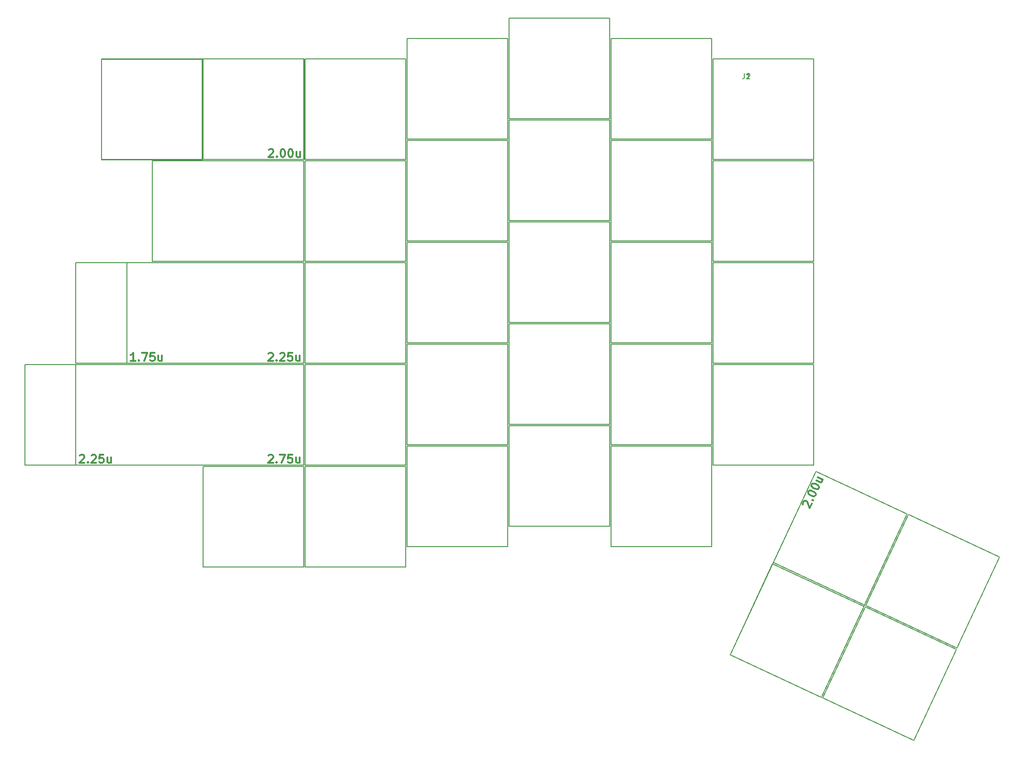
<source format=gbr>
G04 #@! TF.GenerationSoftware,KiCad,Pcbnew,(5.1.5)-3*
G04 #@! TF.CreationDate,2020-06-21T18:11:26+05:30*
G04 #@! TF.ProjectId,ergocape,6572676f-6361-4706-952e-6b696361645f,rev?*
G04 #@! TF.SameCoordinates,Original*
G04 #@! TF.FileFunction,OtherDrawing,Comment*
%FSLAX46Y46*%
G04 Gerber Fmt 4.6, Leading zero omitted, Abs format (unit mm)*
G04 Created by KiCad (PCBNEW (5.1.5)-3) date 2020-06-21 18:11:26*
%MOMM*%
%LPD*%
G04 APERTURE LIST*
%ADD10C,0.152400*%
%ADD11C,0.304800*%
%ADD12C,0.150000*%
G04 APERTURE END LIST*
D10*
X170091633Y-107394383D02*
X187126594Y-115337916D01*
X154097222Y-141694508D02*
X170091633Y-107394383D01*
X171132183Y-149638041D02*
X154097222Y-141694508D01*
X187126594Y-115337916D02*
X171132183Y-149638041D01*
X74485500Y-68135500D02*
X74485500Y-49339500D01*
X46164500Y-68135500D02*
X74485500Y-68135500D01*
X46164500Y-49339500D02*
X46164500Y-68135500D01*
X74485500Y-49339500D02*
X46164500Y-49339500D01*
X74549000Y-49085500D02*
X74549000Y-30289500D01*
X36703000Y-49085500D02*
X74549000Y-49085500D01*
X36703000Y-30289500D02*
X36703000Y-49085500D01*
X74549000Y-30289500D02*
X36703000Y-30289500D01*
X74486820Y-106235500D02*
X74486820Y-87439500D01*
X22350780Y-106235500D02*
X74486820Y-106235500D01*
X22350780Y-87439500D02*
X22350780Y-106235500D01*
X74486820Y-87439500D02*
X22350780Y-87439500D01*
X74739500Y-49085500D02*
X74739500Y-30289500D01*
X93535500Y-49085500D02*
X74739500Y-49085500D01*
X93535500Y-30289500D02*
X93535500Y-49085500D01*
X74739500Y-30289500D02*
X93535500Y-30289500D01*
X171362661Y-149745926D02*
X179306194Y-132710965D01*
X188397622Y-157689459D02*
X171362661Y-149745926D01*
X196341155Y-140654498D02*
X188397622Y-157689459D01*
X179306194Y-132710965D02*
X196341155Y-140654498D01*
X93790000Y-45275500D02*
X93790000Y-26479500D01*
X112586000Y-45275500D02*
X93790000Y-45275500D01*
X112586000Y-26479500D02*
X112586000Y-45275500D01*
X93790000Y-26479500D02*
X112586000Y-26479500D01*
X112840000Y-41465500D02*
X112840000Y-22669500D01*
X131636000Y-41465500D02*
X112840000Y-41465500D01*
X131636000Y-22669500D02*
X131636000Y-41465500D01*
X112840000Y-22669500D02*
X131636000Y-22669500D01*
X131890000Y-45275500D02*
X131890000Y-26479500D01*
X150686000Y-45275500D02*
X131890000Y-45275500D01*
X150686000Y-26479500D02*
X150686000Y-45275500D01*
X131890000Y-26479500D02*
X150686000Y-26479500D01*
X150940000Y-49085500D02*
X150940000Y-30289500D01*
X169736000Y-49085500D02*
X150940000Y-49085500D01*
X169736000Y-30289500D02*
X169736000Y-49085500D01*
X150940000Y-30289500D02*
X169736000Y-30289500D01*
X74739500Y-87185500D02*
X74739500Y-68389500D01*
X93535500Y-87185500D02*
X74739500Y-87185500D01*
X93535500Y-68389500D02*
X93535500Y-87185500D01*
X74739500Y-68389500D02*
X93535500Y-68389500D01*
X74739500Y-125286000D02*
X74739500Y-106490000D01*
X93535500Y-125286000D02*
X74739500Y-125286000D01*
X93535500Y-106490000D02*
X93535500Y-125286000D01*
X74739500Y-106490000D02*
X93535500Y-106490000D01*
X150940000Y-106235500D02*
X150940000Y-87439500D01*
X169736000Y-106235500D02*
X150940000Y-106235500D01*
X169736000Y-87439500D02*
X169736000Y-106235500D01*
X150940000Y-87439500D02*
X169736000Y-87439500D01*
X112776000Y-117602000D02*
X112776000Y-98806000D01*
X131572000Y-117602000D02*
X112776000Y-117602000D01*
X131572000Y-98806000D02*
X131572000Y-117602000D01*
X112776000Y-98806000D02*
X131572000Y-98806000D01*
X131826000Y-121412000D02*
X131826000Y-102616000D01*
X150622000Y-121412000D02*
X131826000Y-121412000D01*
X150622000Y-102616000D02*
X150622000Y-121412000D01*
X131826000Y-102616000D02*
X150622000Y-102616000D01*
X112840000Y-98615500D02*
X112840000Y-79819500D01*
X131636000Y-98615500D02*
X112840000Y-98615500D01*
X131636000Y-79819500D02*
X131636000Y-98615500D01*
X112840000Y-79819500D02*
X131636000Y-79819500D01*
X41400780Y-87185500D02*
X41400780Y-68389500D01*
X74486820Y-87185500D02*
X41400780Y-87185500D01*
X74486820Y-68389500D02*
X74486820Y-87185500D01*
X41400780Y-68389500D02*
X74486820Y-68389500D01*
X55689500Y-125286000D02*
X55689500Y-106490000D01*
X74485500Y-125286000D02*
X55689500Y-125286000D01*
X74485500Y-106490000D02*
X74485500Y-125286000D01*
X55689500Y-106490000D02*
X74485500Y-106490000D01*
X112840000Y-79565500D02*
X112840000Y-60769500D01*
X131636000Y-79565500D02*
X112840000Y-79565500D01*
X131636000Y-60769500D02*
X131636000Y-79565500D01*
X112840000Y-60769500D02*
X131636000Y-60769500D01*
X112840000Y-60515500D02*
X112840000Y-41719500D01*
X131636000Y-60515500D02*
X112840000Y-60515500D01*
X131636000Y-41719500D02*
X131636000Y-60515500D01*
X112840000Y-41719500D02*
X131636000Y-41719500D01*
X74486720Y-87185500D02*
X74486720Y-68389500D01*
X31875680Y-87185500D02*
X74486720Y-87185500D01*
X31875680Y-68389500D02*
X31875680Y-87185500D01*
X74486720Y-68389500D02*
X31875680Y-68389500D01*
X55689500Y-49085500D02*
X55689500Y-30289500D01*
X74485500Y-49085500D02*
X55689500Y-49085500D01*
X74485500Y-30289500D02*
X74485500Y-49085500D01*
X55689500Y-30289500D02*
X74485500Y-30289500D01*
X131890000Y-83375500D02*
X131890000Y-64579500D01*
X150686000Y-83375500D02*
X131890000Y-83375500D01*
X150686000Y-64579500D02*
X150686000Y-83375500D01*
X131890000Y-64579500D02*
X150686000Y-64579500D01*
X150940000Y-87185500D02*
X150940000Y-68389500D01*
X169736000Y-87185500D02*
X150940000Y-87185500D01*
X169736000Y-68389500D02*
X169736000Y-87185500D01*
X150940000Y-68389500D02*
X169736000Y-68389500D01*
X74739500Y-68135500D02*
X74739500Y-49339500D01*
X93535500Y-68135500D02*
X74739500Y-68135500D01*
X93535500Y-49339500D02*
X93535500Y-68135500D01*
X74739500Y-49339500D02*
X93535500Y-49339500D01*
X131890000Y-64325500D02*
X131890000Y-45529500D01*
X150686000Y-64325500D02*
X131890000Y-64325500D01*
X150686000Y-45529500D02*
X150686000Y-64325500D01*
X131890000Y-45529500D02*
X150686000Y-45529500D01*
X93790000Y-83375500D02*
X93790000Y-64579500D01*
X112586000Y-83375500D02*
X93790000Y-83375500D01*
X112586000Y-64579500D02*
X112586000Y-83375500D01*
X93790000Y-64579500D02*
X112586000Y-64579500D01*
X31875680Y-106235500D02*
X31875680Y-87439500D01*
X74486720Y-106235500D02*
X31875680Y-106235500D01*
X74486720Y-87439500D02*
X74486720Y-106235500D01*
X31875680Y-87439500D02*
X74486720Y-87439500D01*
X150940000Y-68135500D02*
X150940000Y-49339500D01*
X169736000Y-68135500D02*
X150940000Y-68135500D01*
X169736000Y-49339500D02*
X169736000Y-68135500D01*
X150940000Y-49339500D02*
X169736000Y-49339500D01*
X179412661Y-132480926D02*
X187356194Y-115445965D01*
X196447622Y-140424459D02*
X179412661Y-132480926D01*
X204391155Y-123389498D02*
X196447622Y-140424459D01*
X187356194Y-115445965D02*
X204391155Y-123389498D01*
X131890000Y-102425500D02*
X131890000Y-83629500D01*
X150686000Y-102425500D02*
X131890000Y-102425500D01*
X150686000Y-83629500D02*
X150686000Y-102425500D01*
X131890000Y-83629500D02*
X150686000Y-83629500D01*
X93790000Y-64325500D02*
X93790000Y-45529500D01*
X112586000Y-64325500D02*
X93790000Y-64325500D01*
X112586000Y-45529500D02*
X112586000Y-64325500D01*
X93790000Y-45529500D02*
X112586000Y-45529500D01*
X93790000Y-121476000D02*
X93790000Y-102680000D01*
X112586000Y-121476000D02*
X93790000Y-121476000D01*
X112586000Y-102680000D02*
X112586000Y-121476000D01*
X93790000Y-102680000D02*
X112586000Y-102680000D01*
X93790000Y-102425500D02*
X93790000Y-83629500D01*
X112586000Y-102425500D02*
X93790000Y-102425500D01*
X112586000Y-83629500D02*
X112586000Y-102425500D01*
X93790000Y-83629500D02*
X112586000Y-83629500D01*
X74739500Y-106235500D02*
X74739500Y-87439500D01*
X93535500Y-106235500D02*
X74739500Y-106235500D01*
X93535500Y-87439500D02*
X93535500Y-106235500D01*
X74739500Y-87439500D02*
X93535500Y-87439500D01*
X162135662Y-124417926D02*
X170079195Y-107382965D01*
X179170623Y-132361459D02*
X162135662Y-124417926D01*
X187114156Y-115326498D02*
X179170623Y-132361459D01*
X170079195Y-107382965D02*
X187114156Y-115326498D01*
X179063155Y-132591498D02*
X171119622Y-149626459D01*
X162028194Y-124647965D02*
X179063155Y-132591498D01*
X154084661Y-141682926D02*
X162028194Y-124647965D01*
X171119622Y-149626459D02*
X154084661Y-141682926D01*
X36652200Y-49098200D02*
X36652200Y-30302200D01*
X55448200Y-49098200D02*
X36652200Y-49098200D01*
X55448200Y-30302200D02*
X55448200Y-49098200D01*
X36652200Y-30302200D02*
X55448200Y-30302200D01*
D11*
X167704070Y-113587770D02*
X167668968Y-113491328D01*
X167664536Y-113329114D01*
X167817886Y-113000254D01*
X167944998Y-112899380D01*
X168041440Y-112864278D01*
X168203654Y-112859846D01*
X168335198Y-112921186D01*
X168501844Y-113078968D01*
X168923069Y-114236273D01*
X169321779Y-113381236D01*
X169466265Y-112727948D02*
X169562707Y-112692846D01*
X169597809Y-112789288D01*
X169501367Y-112824390D01*
X169466265Y-112727948D01*
X169597809Y-112789288D01*
X168645976Y-111224409D02*
X168707316Y-111092865D01*
X168834428Y-110991990D01*
X168930870Y-110956888D01*
X169093084Y-110952456D01*
X169386842Y-111009364D01*
X169715703Y-111162714D01*
X169948121Y-111351167D01*
X170048995Y-111478279D01*
X170084097Y-111574721D01*
X170088529Y-111736935D01*
X170027189Y-111868479D01*
X169900077Y-111969353D01*
X169803635Y-112004455D01*
X169641421Y-112008887D01*
X169347662Y-111951979D01*
X169018802Y-111798629D01*
X168786384Y-111610177D01*
X168685510Y-111483065D01*
X168650408Y-111386623D01*
X168645976Y-111224409D01*
X169259376Y-109908968D02*
X169320716Y-109777424D01*
X169447828Y-109676549D01*
X169544270Y-109641447D01*
X169706484Y-109637015D01*
X170000243Y-109693923D01*
X170329103Y-109847273D01*
X170561521Y-110035726D01*
X170662395Y-110162838D01*
X170697497Y-110259280D01*
X170701929Y-110421494D01*
X170640589Y-110553038D01*
X170513477Y-110653912D01*
X170417035Y-110689014D01*
X170254821Y-110693446D01*
X169961063Y-110636538D01*
X169632202Y-110483188D01*
X169399784Y-110294736D01*
X169298910Y-110167624D01*
X169263808Y-110071182D01*
X169259376Y-109908968D01*
X170486531Y-108479356D02*
X171407339Y-108908737D01*
X170210501Y-109071305D02*
X170933993Y-109408675D01*
X171096207Y-109404243D01*
X171223319Y-109303369D01*
X171315329Y-109106053D01*
X171310897Y-108943839D01*
X171275795Y-108847397D01*
D12*
X156768666Y-32963880D02*
X156768666Y-33678166D01*
X156721047Y-33821023D01*
X156625809Y-33916261D01*
X156482952Y-33963880D01*
X156387714Y-33963880D01*
X157197238Y-33059119D02*
X157244857Y-33011500D01*
X157340095Y-32963880D01*
X157578190Y-32963880D01*
X157673428Y-33011500D01*
X157721047Y-33059119D01*
X157768666Y-33154357D01*
X157768666Y-33249595D01*
X157721047Y-33392452D01*
X157149619Y-33963880D01*
X157768666Y-33963880D01*
D11*
X67926857Y-47253071D02*
X67999428Y-47180500D01*
X68144571Y-47107928D01*
X68507428Y-47107928D01*
X68652571Y-47180500D01*
X68725142Y-47253071D01*
X68797714Y-47398214D01*
X68797714Y-47543357D01*
X68725142Y-47761071D01*
X67854285Y-48631928D01*
X68797714Y-48631928D01*
X69450857Y-48486785D02*
X69523428Y-48559357D01*
X69450857Y-48631928D01*
X69378285Y-48559357D01*
X69450857Y-48486785D01*
X69450857Y-48631928D01*
X70466857Y-47107928D02*
X70612000Y-47107928D01*
X70757142Y-47180500D01*
X70829714Y-47253071D01*
X70902285Y-47398214D01*
X70974857Y-47688500D01*
X70974857Y-48051357D01*
X70902285Y-48341642D01*
X70829714Y-48486785D01*
X70757142Y-48559357D01*
X70612000Y-48631928D01*
X70466857Y-48631928D01*
X70321714Y-48559357D01*
X70249142Y-48486785D01*
X70176571Y-48341642D01*
X70104000Y-48051357D01*
X70104000Y-47688500D01*
X70176571Y-47398214D01*
X70249142Y-47253071D01*
X70321714Y-47180500D01*
X70466857Y-47107928D01*
X71918285Y-47107928D02*
X72063428Y-47107928D01*
X72208571Y-47180500D01*
X72281142Y-47253071D01*
X72353714Y-47398214D01*
X72426285Y-47688500D01*
X72426285Y-48051357D01*
X72353714Y-48341642D01*
X72281142Y-48486785D01*
X72208571Y-48559357D01*
X72063428Y-48631928D01*
X71918285Y-48631928D01*
X71773142Y-48559357D01*
X71700571Y-48486785D01*
X71628000Y-48341642D01*
X71555428Y-48051357D01*
X71555428Y-47688500D01*
X71628000Y-47398214D01*
X71700571Y-47253071D01*
X71773142Y-47180500D01*
X71918285Y-47107928D01*
X73732571Y-47615928D02*
X73732571Y-48631928D01*
X73079428Y-47615928D02*
X73079428Y-48414214D01*
X73152000Y-48559357D01*
X73297142Y-48631928D01*
X73514857Y-48631928D01*
X73660000Y-48559357D01*
X73732571Y-48486785D01*
X67864677Y-104403071D02*
X67937248Y-104330500D01*
X68082391Y-104257928D01*
X68445248Y-104257928D01*
X68590391Y-104330500D01*
X68662962Y-104403071D01*
X68735534Y-104548214D01*
X68735534Y-104693357D01*
X68662962Y-104911071D01*
X67792105Y-105781928D01*
X68735534Y-105781928D01*
X69388677Y-105636785D02*
X69461248Y-105709357D01*
X69388677Y-105781928D01*
X69316105Y-105709357D01*
X69388677Y-105636785D01*
X69388677Y-105781928D01*
X69969248Y-104257928D02*
X70985248Y-104257928D01*
X70332105Y-105781928D01*
X72291534Y-104257928D02*
X71565820Y-104257928D01*
X71493248Y-104983642D01*
X71565820Y-104911071D01*
X71710962Y-104838500D01*
X72073820Y-104838500D01*
X72218962Y-104911071D01*
X72291534Y-104983642D01*
X72364105Y-105128785D01*
X72364105Y-105491642D01*
X72291534Y-105636785D01*
X72218962Y-105709357D01*
X72073820Y-105781928D01*
X71710962Y-105781928D01*
X71565820Y-105709357D01*
X71493248Y-105636785D01*
X73670391Y-104765928D02*
X73670391Y-105781928D01*
X73017248Y-104765928D02*
X73017248Y-105564214D01*
X73089820Y-105709357D01*
X73234962Y-105781928D01*
X73452677Y-105781928D01*
X73597820Y-105709357D01*
X73670391Y-105636785D01*
X43015494Y-86731928D02*
X42144637Y-86731928D01*
X42580065Y-86731928D02*
X42580065Y-85207928D01*
X42434922Y-85425642D01*
X42289780Y-85570785D01*
X42144637Y-85643357D01*
X43668637Y-86586785D02*
X43741208Y-86659357D01*
X43668637Y-86731928D01*
X43596065Y-86659357D01*
X43668637Y-86586785D01*
X43668637Y-86731928D01*
X44249208Y-85207928D02*
X45265208Y-85207928D01*
X44612065Y-86731928D01*
X46571494Y-85207928D02*
X45845780Y-85207928D01*
X45773208Y-85933642D01*
X45845780Y-85861071D01*
X45990922Y-85788500D01*
X46353780Y-85788500D01*
X46498922Y-85861071D01*
X46571494Y-85933642D01*
X46644065Y-86078785D01*
X46644065Y-86441642D01*
X46571494Y-86586785D01*
X46498922Y-86659357D01*
X46353780Y-86731928D01*
X45990922Y-86731928D01*
X45845780Y-86659357D01*
X45773208Y-86586785D01*
X47950351Y-85715928D02*
X47950351Y-86731928D01*
X47297208Y-85715928D02*
X47297208Y-86514214D01*
X47369780Y-86659357D01*
X47514922Y-86731928D01*
X47732637Y-86731928D01*
X47877780Y-86659357D01*
X47950351Y-86586785D01*
X67864577Y-85353071D02*
X67937148Y-85280500D01*
X68082291Y-85207928D01*
X68445148Y-85207928D01*
X68590291Y-85280500D01*
X68662862Y-85353071D01*
X68735434Y-85498214D01*
X68735434Y-85643357D01*
X68662862Y-85861071D01*
X67792005Y-86731928D01*
X68735434Y-86731928D01*
X69388577Y-86586785D02*
X69461148Y-86659357D01*
X69388577Y-86731928D01*
X69316005Y-86659357D01*
X69388577Y-86586785D01*
X69388577Y-86731928D01*
X70041720Y-85353071D02*
X70114291Y-85280500D01*
X70259434Y-85207928D01*
X70622291Y-85207928D01*
X70767434Y-85280500D01*
X70840005Y-85353071D01*
X70912577Y-85498214D01*
X70912577Y-85643357D01*
X70840005Y-85861071D01*
X69969148Y-86731928D01*
X70912577Y-86731928D01*
X72291434Y-85207928D02*
X71565720Y-85207928D01*
X71493148Y-85933642D01*
X71565720Y-85861071D01*
X71710862Y-85788500D01*
X72073720Y-85788500D01*
X72218862Y-85861071D01*
X72291434Y-85933642D01*
X72364005Y-86078785D01*
X72364005Y-86441642D01*
X72291434Y-86586785D01*
X72218862Y-86659357D01*
X72073720Y-86731928D01*
X71710862Y-86731928D01*
X71565720Y-86659357D01*
X71493148Y-86586785D01*
X73670291Y-85715928D02*
X73670291Y-86731928D01*
X73017148Y-85715928D02*
X73017148Y-86514214D01*
X73089720Y-86659357D01*
X73234862Y-86731928D01*
X73452577Y-86731928D01*
X73597720Y-86659357D01*
X73670291Y-86586785D01*
X32619537Y-104403071D02*
X32692108Y-104330500D01*
X32837251Y-104257928D01*
X33200108Y-104257928D01*
X33345251Y-104330500D01*
X33417822Y-104403071D01*
X33490394Y-104548214D01*
X33490394Y-104693357D01*
X33417822Y-104911071D01*
X32546965Y-105781928D01*
X33490394Y-105781928D01*
X34143537Y-105636785D02*
X34216108Y-105709357D01*
X34143537Y-105781928D01*
X34070965Y-105709357D01*
X34143537Y-105636785D01*
X34143537Y-105781928D01*
X34796680Y-104403071D02*
X34869251Y-104330500D01*
X35014394Y-104257928D01*
X35377251Y-104257928D01*
X35522394Y-104330500D01*
X35594965Y-104403071D01*
X35667537Y-104548214D01*
X35667537Y-104693357D01*
X35594965Y-104911071D01*
X34724108Y-105781928D01*
X35667537Y-105781928D01*
X37046394Y-104257928D02*
X36320680Y-104257928D01*
X36248108Y-104983642D01*
X36320680Y-104911071D01*
X36465822Y-104838500D01*
X36828680Y-104838500D01*
X36973822Y-104911071D01*
X37046394Y-104983642D01*
X37118965Y-105128785D01*
X37118965Y-105491642D01*
X37046394Y-105636785D01*
X36973822Y-105709357D01*
X36828680Y-105781928D01*
X36465822Y-105781928D01*
X36320680Y-105709357D01*
X36248108Y-105636785D01*
X38425251Y-104765928D02*
X38425251Y-105781928D01*
X37772108Y-104765928D02*
X37772108Y-105564214D01*
X37844680Y-105709357D01*
X37989822Y-105781928D01*
X38207537Y-105781928D01*
X38352680Y-105709357D01*
X38425251Y-105636785D01*
D12*
X156768666Y-32963880D02*
X156768666Y-33678166D01*
X156721047Y-33821023D01*
X156625809Y-33916261D01*
X156482952Y-33963880D01*
X156387714Y-33963880D01*
X157768666Y-33963880D02*
X157197238Y-33963880D01*
X157482952Y-33963880D02*
X157482952Y-32963880D01*
X157387714Y-33106738D01*
X157292476Y-33201976D01*
X157197238Y-33249595D01*
M02*

</source>
